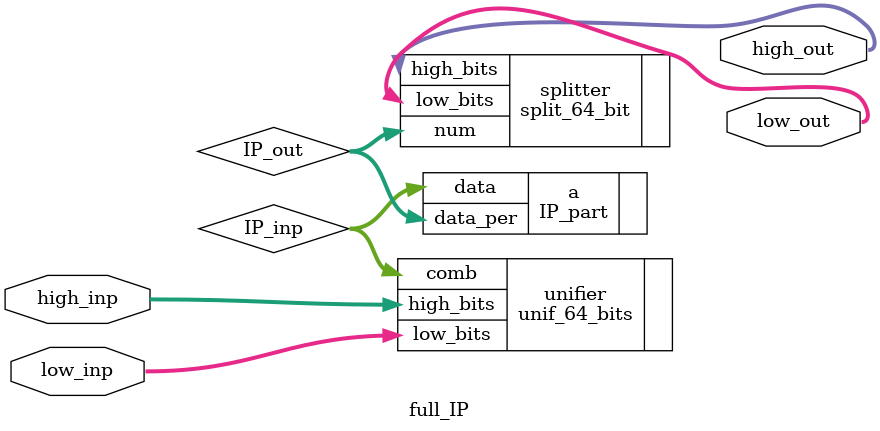
<source format=v>
`timescale 1ns / 1ps


module full_IP(
    input [31:0] low_inp,
    input [31:0] high_inp,
    output [31:0] low_out,
    output [31:0] high_out
    );
    wire [63:0] IP_inp;
    wire[63:0] IP_out;
    unif_64_bits unifier(.comb(IP_inp),.low_bits(low_inp),.high_bits(high_inp));
    IP_part a(.data(IP_inp),.data_per(IP_out));
    split_64_bit splitter(.high_bits(high_out),.low_bits(low_out),.num(IP_out));
endmodule

</source>
